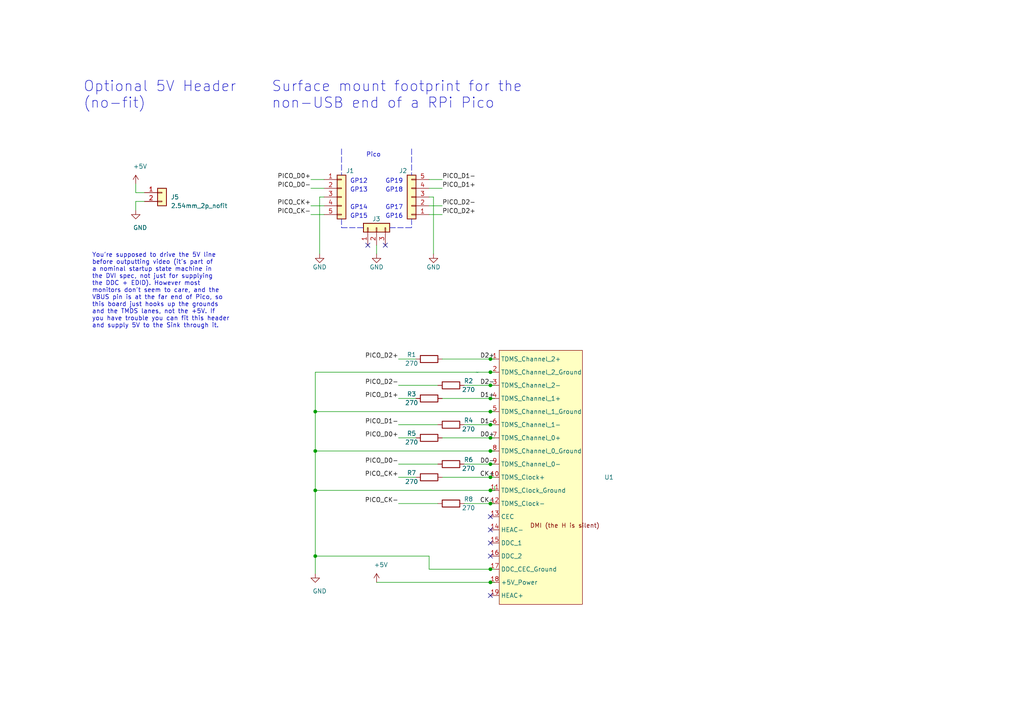
<source format=kicad_sch>
(kicad_sch (version 20230121) (generator eeschema)
  (paper "A4")
  (title_block (title "Pico DVI Sock (or Shim, or something, idk what to call it)") (date "2021-02-02") (rev "A") (company "Luke Wren") (comment 1 "and stick the board into a breadboard. Micro-USB one end, video the other end.") (comment 2 "low-profile on the bottom, so you can fit headers to the remaining Pico I/O pins") (comment 3 "DMI (the H is silent) connector onto the end opposite the micro-USB. It's pretty ") (comment 4 "The raspberry end of a RPi Pico is surface mounted onto this board, to fit a"))
  (lib_symbols
    (symbol "Connector_Generic:Conn_01x02" (pin_names (offset 1.016) hide)
      (property "Reference" "J" (at 0 2.54 0))
      (property "Value" "Conn_01x02" (at 0 -5.08 0))
      (symbol "Conn_01x02_1_1"
        (rectangle (start -1.27 -2.413) (end 0 -2.667) (stroke (width 0.1524)))
        (rectangle (start -1.27 0.127) (end 0 -0.127) (stroke (width 0.1524)))
        (rectangle (start -1.27 1.27) (end 1.27 -3.81) (stroke (width 0.254)) (fill (type background)))
        (pin passive line (at -5.08 0 0) (length 3.81) (name "Pin_1") (number "1"))
        (pin passive line (at -5.08 -2.54 0) (length 3.81) (name "Pin_2") (number "2"))
      )
    )
    (symbol "Connector_Generic:Conn_01x03" (pin_names (offset 1.016) hide)
      (property "Reference" "J" (at 0 5.08 0))
      (property "Value" "Conn_01x03" (at 0 -5.08 0))
      (symbol "Conn_01x03_1_1"
        (rectangle (start -1.27 -2.413) (end 0 -2.667) (stroke (width 0.1524)))
        (rectangle (start -1.27 0.127) (end 0 -0.127) (stroke (width 0.1524)))
        (rectangle (start -1.27 2.667) (end 0 2.413) (stroke (width 0.1524)))
        (rectangle (start -1.27 3.81) (end 1.27 -3.81) (stroke (width 0.254)) (fill (type background)))
        (pin passive line (at -5.08 2.54 0) (length 3.81) (name "Pin_1") (number "1"))
        (pin passive line (at -5.08 0 0) (length 3.81) (name "Pin_2") (number "2"))
        (pin passive line (at -5.08 -2.54 0) (length 3.81) (name "Pin_3") (number "3"))
      )
    )
    (symbol "Connector_Generic:Conn_01x05" (pin_names (offset 1.016) hide)
      (property "Reference" "J" (at 0 7.62 0))
      (property "Value" "Conn_01x05" (at 0 -7.62 0))
      (symbol "Conn_01x05_1_1"
        (rectangle (start -1.27 -4.953) (end 0 -5.207) (stroke (width 0.1524)))
        (rectangle (start -1.27 -2.413) (end 0 -2.667) (stroke (width 0.1524)))
        (rectangle (start -1.27 0.127) (end 0 -0.127) (stroke (width 0.1524)))
        (rectangle (start -1.27 2.667) (end 0 2.413) (stroke (width 0.1524)))
        (rectangle (start -1.27 5.207) (end 0 4.953) (stroke (width 0.1524)))
        (rectangle (start -1.27 6.35) (end 1.27 -6.35) (stroke (width 0.254)) (fill (type background)))
        (pin passive line (at -5.08 5.08 0) (length 3.81) (name "Pin_1") (number "1"))
        (pin passive line (at -5.08 2.54 0) (length 3.81) (name "Pin_2") (number "2"))
        (pin passive line (at -5.08 0 0) (length 3.81) (name "Pin_3") (number "3"))
        (pin passive line (at -5.08 -2.54 0) (length 3.81) (name "Pin_4") (number "4"))
        (pin passive line (at -5.08 -5.08 0) (length 3.81) (name "Pin_5") (number "5"))
      )
    )
    (symbol "Device:R" (pin_numbers hide) (pin_names (offset 0))
      (property "Reference" "R" (at 2.032 0 90))
      (property "Value" "R" (at 0 0 90))
      (symbol "R_0_1"
        (rectangle (start -1.016 -2.54) (end 1.016 2.54) (stroke (width 0.254)))
      )
      (symbol "R_1_1"
        (pin passive line (at 0 3.81 270) (length 1.27) (name "~") (number "1"))
        (pin passive line (at 0 -3.81 90) (length 1.27) (name "~") (number "2"))
      )
    )
    (symbol "hdmifemalesymbol:hdmiFemaleSymbol"
      (property "Reference" "U" (at 0 0 0))
      (symbol "hdmiFemaleSymbol_0_1"
        (rectangle (start 30.48 -67.31) (end 30.48 -67.31))
      )
      (symbol "hdmiFemaleSymbol_1_1"
        (rectangle (start 6.35 6.35) (end 30.48 -67.31) (fill (type background)))
        (text "DMI (the H is silent)\n" (at 25.4 -44.45 0) (effects (font (size 1.27 1.27))))
        (pin bidirectional line (at 3.81 3.81 0) (length 2.54) (name "TDMS_Channel_2+") (number "1"))
        (pin bidirectional line (at 3.81 -30.48 0) (length 2.54) (name "TDMS_Clock+") (number "10"))
        (pin power_in line (at 3.81 -34.29 0) (length 2.54) (name "TDMS_Clock_Ground") (number "11"))
        (pin bidirectional line (at 3.81 -38.1 0) (length 2.54) (name "TDMS_Clock-") (number "12"))
        (pin bidirectional line (at 3.81 -41.91 0) (length 2.54) (name "CEC") (number "13"))
        (pin bidirectional line (at 3.81 -45.72 0) (length 2.54) (name "HEAC-") (number "14"))
        (pin bidirectional line (at 3.81 -49.53 0) (length 2.54) (name "DDC_1") (number "15"))
        (pin bidirectional line (at 3.81 -53.34 0) (length 2.54) (name "DDC_2") (number "16"))
        (pin power_in line (at 3.81 -57.15 0) (length 2.54) (name "DDC_CEC_Ground") (number "17"))
        (pin power_in line (at 3.81 -60.96 0) (length 2.54) (name "+5V_Power") (number "18"))
        (pin bidirectional line (at 3.81 -64.77 0) (length 2.54) (name "HEAC+") (number "19"))
        (pin power_in line (at 3.81 0 0) (length 2.54) (name "TDMS_Channel_2_Ground") (number "2"))
        (pin bidirectional line (at 3.81 -3.81 0) (length 2.54) (name "TDMS_Channel_2-") (number "3"))
        (pin bidirectional line (at 3.81 -7.62 0) (length 2.54) (name "TDMS_Channel_1+") (number "4"))
        (pin power_in line (at 3.81 -11.43 0) (length 2.54) (name "TDMS_Channel_1_Ground") (number "5"))
        (pin bidirectional line (at 3.81 -15.24 0) (length 2.54) (name "TDMS_Channel_1-") (number "6"))
        (pin bidirectional line (at 3.81 -19.05 0) (length 2.54) (name "TDMS_Channel_0+") (number "7"))
        (pin power_in line (at 3.81 -22.86 0) (length 2.54) (name "TDMS_Channel_0_Ground") (number "8"))
        (pin bidirectional line (at 3.81 -26.67 0) (length 2.54) (name "TDMS_Channel_0-") (number "9"))
      )
    )
    (symbol "power:+5V" (power) (pin_names (offset 0))
      (property "Value" "+5V" (at 0 3.556 0))
      (symbol "+5V_0_1"
        (polyline (pts (xy -0.762 1.27) (xy 0 2.54)))
        (polyline (pts (xy 0 0) (xy 0 2.54)))
        (polyline (pts (xy 0 2.54) (xy 0.762 1.27)))
      )
      (symbol "+5V_1_1"
        (pin power_in line (at 0 0 90) (length 0) hide (name "+5V") (number "1"))
      )
    )
    (symbol "power:GND" (power) (pin_names (offset 0))
      (property "Value" "GND" (at 0 -3.81 0))
      (symbol "GND_0_1"
        (polyline (pts (xy 0 0) (xy 0 -1.27) (xy 1.27 -1.27) (xy 0 -2.54) (xy -1.27 -1.27) (xy 0 -1.27)))
      )
      (symbol "GND_1_1"
        (pin power_in line (at 0 0 270) (length 0) hide (name "GND") (number "1"))
      )
    )
  )
  (junction (at 142.24 119.38))
  (junction (at 142.24 127))
  (junction (at 142.24 165.1))
  (junction (at 91.44 161.29))
  (junction (at 91.44 130.81))
  (junction (at 142.24 138.43))
  (junction (at 142.24 134.62))
  (junction (at 142.24 115.57))
  (junction (at 91.44 119.38))
  (junction (at 142.24 104.14))
  (junction (at 142.24 146.05))
  (junction (at 142.24 123.19))
  (junction (at 142.24 142.24))
  (junction (at 142.24 111.76))
  (junction (at 142.24 130.81))
  (junction (at 142.24 107.95))
  (junction (at 91.44 142.24))
  (junction (at 142.24 168.91))
  (no_connect (at 142.24 149.86))
  (no_connect (at 106.68 71.12))
  (no_connect (at 111.76 71.12))
  (no_connect (at 142.24 161.29))
  (no_connect (at 142.24 153.67))
  (no_connect (at 142.24 172.72))
  (no_connect (at 142.24 157.48))
  (wire (pts (xy 91.44 119.38) (xy 91.44 107.95)))
  (wire (pts (xy 142.24 142.24) (xy 143.51 142.24)))
  (wire (pts (xy 124.46 59.69) (xy 128.27 59.69)))
  (polyline (pts (xy 113.03 66.04) (xy 119.38 66.04)) (stroke (width 0) (type dash)))
  (polyline (pts (xy 119.38 63.5) (xy 119.38 66.04)) (stroke (width 0) (type dash)))
  (wire (pts (xy 115.57 115.57) (xy 120.65 115.57)))
  (wire (pts (xy 134.62 134.62) (xy 142.24 134.62)))
  (wire (pts (xy 91.44 130.81) (xy 91.44 119.38)))
  (wire (pts (xy 128.27 104.14) (xy 142.24 104.14)))
  (wire (pts (xy 91.44 161.29) (xy 124.46 161.29)))
  (wire (pts (xy 39.37 58.42) (xy 39.37 60.96)))
  (wire (pts (xy 41.91 58.42) (xy 39.37 58.42)))
  (wire (pts (xy 115.57 134.62) (xy 127 134.62)))
  (wire (pts (xy 142.24 138.43) (xy 143.51 138.43)))
  (wire (pts (xy 134.62 146.05) (xy 142.24 146.05)))
  (wire (pts (xy 115.57 146.05) (xy 127 146.05)))
  (wire (pts (xy 124.46 52.07) (xy 128.27 52.07)))
  (wire (pts (xy 142.24 165.1) (xy 143.51 165.1)))
  (wire (pts (xy 128.27 115.57) (xy 142.24 115.57)))
  (wire (pts (xy 143.51 140.97) (xy 143.51 142.24)))
  (wire (pts (xy 91.44 142.24) (xy 142.24 142.24)))
  (wire (pts (xy 124.46 57.15) (xy 125.73 57.15)))
  (wire (pts (xy 125.73 57.15) (xy 125.73 73.66)))
  (wire (pts (xy 115.57 127) (xy 120.65 127)))
  (wire (pts (xy 142.24 146.05) (xy 143.51 146.05)))
  (wire (pts (xy 90.17 52.07) (xy 93.98 52.07)))
  (polyline (pts (xy 119.38 43.18) (xy 119.38 50.8)) (stroke (width 0) (type dash)))
  (wire (pts (xy 115.57 138.43) (xy 120.65 138.43)))
  (wire (pts (xy 142.24 104.14) (xy 143.51 104.14)))
  (wire (pts (xy 91.44 166.37) (xy 91.44 161.29)))
  (wire (pts (xy 142.24 168.91) (xy 143.51 168.91)))
  (wire (pts (xy 91.44 161.29) (xy 91.44 142.24)))
  (polyline (pts (xy 99.06 63.5) (xy 99.06 66.04)) (stroke (width 0) (type dash)))
  (polyline (pts (xy 99.06 66.04) (xy 105.41 66.04)) (stroke (width 0) (type dash)))
  (wire (pts (xy 115.57 123.19) (xy 127 123.19)))
  (wire (pts (xy 142.24 134.62) (xy 143.51 134.62)))
  (wire (pts (xy 90.17 54.61) (xy 93.98 54.61)))
  (wire (pts (xy 124.46 165.1) (xy 142.24 165.1)))
  (wire (pts (xy 142.24 107.95) (xy 143.51 107.95)))
  (wire (pts (xy 109.22 168.91) (xy 142.24 168.91)))
  (wire (pts (xy 115.57 111.76) (xy 127 111.76)))
  (wire (pts (xy 142.24 111.76) (xy 143.51 111.76)))
  (wire (pts (xy 91.44 142.24) (xy 91.44 130.81)))
  (wire (pts (xy 91.44 107.95) (xy 142.24 107.95)))
  (wire (pts (xy 128.27 138.43) (xy 142.24 138.43)))
  (wire (pts (xy 134.62 111.76) (xy 142.24 111.76)))
  (wire (pts (xy 134.62 123.19) (xy 142.24 123.19)))
  (wire (pts (xy 124.46 161.29) (xy 124.46 165.1)))
  (wire (pts (xy 142.24 123.19) (xy 143.51 123.19)))
  (wire (pts (xy 124.46 62.23) (xy 128.27 62.23)))
  (wire (pts (xy 142.24 127) (xy 143.51 127)))
  (wire (pts (xy 91.44 119.38) (xy 142.24 119.38)))
  (wire (pts (xy 128.27 127) (xy 142.24 127)))
  (wire (pts (xy 91.44 130.81) (xy 142.24 130.81)))
  (wire (pts (xy 124.46 54.61) (xy 128.27 54.61)))
  (wire (pts (xy 142.24 119.38) (xy 143.51 119.38)))
  (wire (pts (xy 90.17 62.23) (xy 93.98 62.23)))
  (wire (pts (xy 142.24 130.81) (xy 143.51 130.81)))
  (wire (pts (xy 142.24 115.57) (xy 143.51 115.57)))
  (wire (pts (xy 90.17 59.69) (xy 93.98 59.69)))
  (wire (pts (xy 39.37 53.34) (xy 39.37 55.88)))
  (wire (pts (xy 41.91 55.88) (xy 39.37 55.88)))
  (wire (pts (xy 92.71 57.15) (xy 92.71 73.66)))
  (wire (pts (xy 93.98 57.15) (xy 92.71 57.15)))
  (polyline (pts (xy 99.06 43.18) (xy 99.06 50.8)) (stroke (width 0) (type dash)))
  (wire (pts (xy 115.57 104.14) (xy 120.65 104.14)))
  (wire (pts (xy 109.22 71.12) (xy 109.22 73.66)))
  (text "GP12" (at 106.68 53.34 0) (effects (font (size 1.27 1.27)) (justify right bottom)))
  (text "GP15" (at 106.68 63.5 0) (effects (font (size 1.27 1.27)) (justify right bottom)))
  (text "GP17" (at 111.76 60.96 0) (effects (font (size 1.27 1.27)) (justify left bottom)))
  (text "You're supposed to drive the 5V line\nbefore outputting video (it's part of\na nominal startup state machine in\nthe DVI spec, not just for supplying\nthe DDC + EDID). However most\nmonitors don't seem to care, and the\nVBUS pin is at the far end of Pico, so\nthis board just hooks up the grounds\nand the TMDS lanes, not the +5V. If\nyou have trouble you can fit this header\nand supply 5V to the Sink through it." (at 26.67 95.25 0) (effects (font (size 1.27 1.27)) (justify left bottom)))
  (text "GP13" (at 106.68 55.88 0) (effects (font (size 1.27 1.27)) (justify right bottom)))
  (text "Surface mount footprint for the\nnon-USB end of a RPi Pico" (at 78.74 31.75 0) (effects (font (size 3 3)) (justify left bottom)))
  (text "GP14" (at 106.68 60.96 0) (effects (font (size 1.27 1.27)) (justify right bottom)))
  (text "GP19" (at 111.76 53.34 0) (effects (font (size 1.27 1.27)) (justify left bottom)))
  (text "GP18" (at 111.76 55.88 0) (effects (font (size 1.27 1.27)) (justify left bottom)))
  (text "Pico" (at 110.49 45.72 0) (effects (font (size 1.27 1.27)) (justify right bottom)))
  (text "Optional 5V Header\n(no-fit)\n" (at 24.13 31.75 0) (effects (font (size 3 3)) (justify left bottom)))
  (text "GP16" (at 111.76 63.5 0) (effects (font (size 1.27 1.27)) (justify left bottom)))
  (label "PICO_D2-" (at 115.57 111.76 180))
  (label "PICO_CK+" (at 90.17 59.69 180))
  (label "PICO_D1-" (at 115.57 123.19 180))
  (label "PICO_CK+" (at 115.57 138.43 180))
  (label "PICO_D2+" (at 115.57 104.14 180))
  (label "D1+" (at 143.51 115.57 180))
  (label "D2+" (at 143.51 104.14 180))
  (label "PICO_D2-" (at 128.27 59.69 0))
  (label "PICO_D0+" (at 115.57 127 180))
  (label "CK+" (at 143.51 138.43 180))
  (label "D0+" (at 143.51 127 180))
  (label "CK-" (at 143.51 146.05 180))
  (label "PICO_D0-" (at 90.17 54.61 180))
  (label "PICO_D2+" (at 128.27 62.23 0))
  (label "D0-" (at 143.51 134.62 180))
  (label "D1-" (at 143.51 123.19 180))
  (label "PICO_CK-" (at 90.17 62.23 180))
  (label "PICO_D1+" (at 115.57 115.57 180))
  (label "PICO_CK-" (at 115.57 146.05 180))
  (label "PICO_D0+" (at 90.17 52.07 180))
  (label "PICO_D0-" (at 115.57 134.62 180))
  (label "D2-" (at 143.51 111.76 180))
  (label "PICO_D1-" (at 128.27 52.07 0))
  (label "PICO_D1+" (at 128.27 54.61 0))
  (symbol (lib_id "power:GND") (at 125.73 73.66 0) (unit 1)
    (property "Reference" "#PWR03" (effects hide))
    (property "Value" "GND" (at 125.73 77.47 0))
  )
  (symbol (lib_id "power:GND") (at 92.71 73.66 0) (unit 1)
    (property "Reference" "#PWR01" (effects hide))
    (property "Value" "GND" (at 92.71 77.47 0))
  )
  (symbol (lib_id "Device:R") (at 124.46 104.14 90) (unit 1)
    (property "Reference" "R1" (at 119.38 102.87 90))
    (property "Value" "270" (at 119.38 105.41 90))
    (property "Footprint" "Resistor_SMD:R_0402_1005Metric" (effects hide))
  )
  (symbol (lib_id "power:GND") (at 39.37 60.96 0) (unit 1)
    (property "Reference" "#PWR0101" (effects hide))
    (property "Value" "GND" (at 40.64 66.04 0))
  )
  (symbol (lib_id "Device:R") (at 130.81 134.62 90) (unit 1)
    (property "Reference" "R6" (at 135.89 133.35 90))
    (property "Value" "270" (at 135.89 135.89 90))
    (property "Footprint" "Resistor_SMD:R_0402_1005Metric" (effects hide))
  )
  (symbol (lib_id "Connector_Generic:Conn_01x03") (at 109.22 66.04 90) (unit 1)
    (property "Reference" "J3" (at 107.95 63.5 90) (effects (justify right)))
    (property "Value" "Conn_01x03" (effects hide))
    (property "Footprint" "dvi-sock:castellated_2.54mm_smd_x3" (effects hide))
  )
  (symbol (lib_id "power:+5V") (at 109.22 168.91 0) (unit 1)
    (property "Reference" "#PWR05" (effects hide))
    (property "Value" "+5V" (at 110.49 163.83 0))
  )
  (symbol (lib_id "Connector_Generic:Conn_01x05") (at 99.06 57.15 0) (unit 1)
    (property "Reference" "J1" (at 100.33 49.53 0) (effects (justify left)))
    (property "Value" "Conn_01x05" (effects hide))
    (property "Footprint" "dvi-sock:castellated_2.54mm_smd_x5" (effects hide))
  )
  (symbol (lib_id "Device:R") (at 124.46 138.43 90) (unit 1)
    (property "Reference" "R7" (at 119.38 137.16 90))
    (property "Value" "270" (at 119.38 139.7 90))
    (property "Footprint" "Resistor_SMD:R_0402_1005Metric" (effects hide))
  )
  (symbol (lib_id "Connector_Generic:Conn_01x05") (at 119.38 57.15 180) (unit 1)
    (property "Reference" "J2" (at 118.11 49.53 0) (effects (justify left)))
    (property "Value" "Conn_01x05" (effects hide))
    (property "Footprint" "dvi-sock:castellated_2.54mm_smd_x5" (effects hide))
  )
  (symbol (lib_id "Device:R") (at 124.46 115.57 90) (unit 1)
    (property "Reference" "R3" (at 119.38 114.3 90))
    (property "Value" "270" (at 119.38 116.84 90))
    (property "Footprint" "Resistor_SMD:R_0402_1005Metric" (effects hide))
  )
  (symbol (lib_id "power:+5V") (at 39.37 53.34 0) (unit 1)
    (property "Reference" "#PWR0102" (effects hide))
    (property "Value" "+5V" (at 40.64 48.26 0))
  )
  (symbol (lib_id "Connector_Generic:Conn_01x02") (at 46.99 55.88 0) (unit 1)
    (property "Reference" "J5" (at 49.53 57.15 0) (effects (justify left)))
    (property "Value" "2.54mm_2p_nofit" (at 49.53 59.69 0) (effects (justify left)))
    (property "Footprint" "dvi-sock:PinHeader_1x02_P2.54mm_Vertical_nosilk" (effects hide))
  )
  (symbol (lib_id "Device:R") (at 124.46 127 90) (unit 1)
    (property "Reference" "R5" (at 119.38 125.73 90))
    (property "Value" "270" (at 119.38 128.27 90))
    (property "Footprint" "Resistor_SMD:R_0402_1005Metric" (effects hide))
  )
  (symbol (lib_id "power:GND") (at 91.44 166.37 0) (unit 1)
    (property "Reference" "#PWR06" (effects hide))
    (property "Value" "GND" (at 92.71 171.45 0))
  )
  (symbol (lib_id "Device:R") (at 130.81 146.05 90) (unit 1)
    (property "Reference" "R8" (at 135.89 144.78 90))
    (property "Value" "270" (at 135.89 147.32 90))
    (property "Footprint" "Resistor_SMD:R_0402_1005Metric" (effects hide))
  )
  (symbol (lib_id "hdmifemalesymbol:hdmiFemaleSymbol") (at 138.43 107.95 0) (unit 1)
    (property "Reference" "U1" (at 175.26 138.43 0) (effects (justify left)))
    (property "Value" "~" (at 138.43 107.95 0))
    (property "Footprint" "hdmiFemale:hdmiFemale" (effects hide))
  )
  (symbol (lib_id "Device:R") (at 130.81 123.19 90) (unit 1)
    (property "Reference" "R4" (at 135.89 121.92 90))
    (property "Value" "270" (at 135.89 124.46 90))
    (property "Footprint" "Resistor_SMD:R_0402_1005Metric" (effects hide))
  )
  (symbol (lib_id "power:GND") (at 109.22 73.66 0) (unit 1)
    (property "Reference" "#PWR02" (effects hide))
    (property "Value" "GND" (at 109.22 77.47 0))
  )
  (symbol (lib_id "Device:R") (at 130.81 111.76 90) (unit 1)
    (property "Reference" "R2" (at 135.89 110.49 90))
    (property "Value" "270" (at 135.89 113.03 90))
    (property "Footprint" "Resistor_SMD:R_0402_1005Metric" (effects hide))
  )
)
</source>
